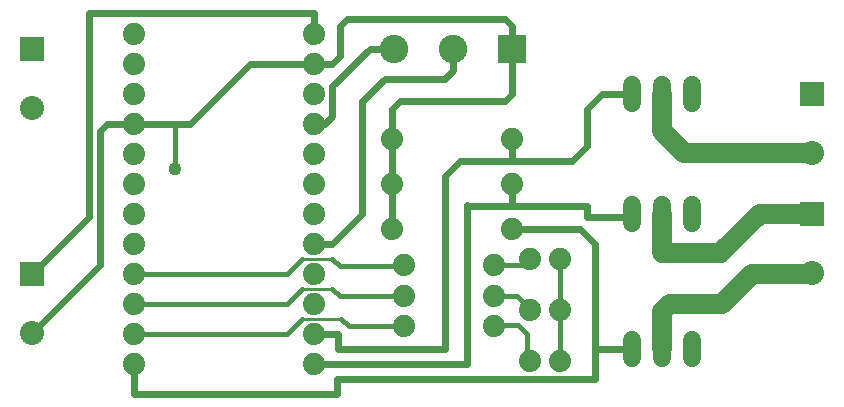
<source format=gtl>
G75*
%MOIN*%
%OFA0B0*%
%FSLAX25Y25*%
%IPPOS*%
%LPD*%
%AMOC8*
5,1,8,0,0,1.08239X$1,22.5*
%
%ADD10C,0.06000*%
%ADD11C,0.07400*%
%ADD12R,0.08000X0.08000*%
%ADD13C,0.08000*%
%ADD14R,0.09500X0.09500*%
%ADD15C,0.09500*%
%ADD16C,0.02400*%
%ADD17C,0.04362*%
%ADD18C,0.01600*%
%ADD19C,0.06600*%
%ADD20C,0.01000*%
D10*
X0216000Y0023260D02*
X0216000Y0029260D01*
X0226000Y0029260D02*
X0226000Y0023260D01*
X0236000Y0023260D02*
X0236000Y0029260D01*
X0236000Y0068260D02*
X0236000Y0074260D01*
X0226000Y0074260D02*
X0226000Y0068260D01*
X0216000Y0068260D02*
X0216000Y0074260D01*
X0216000Y0108260D02*
X0216000Y0114260D01*
X0226000Y0114260D02*
X0226000Y0108260D01*
X0236000Y0108260D02*
X0236000Y0114260D01*
D11*
X0176000Y0096260D03*
X0176000Y0081260D03*
X0176000Y0066260D03*
X0182000Y0056260D03*
X0192000Y0056260D03*
X0170000Y0054260D03*
X0170000Y0043760D03*
X0182000Y0039260D03*
X0192000Y0039260D03*
X0170000Y0033760D03*
X0182000Y0022260D03*
X0192000Y0022260D03*
X0140000Y0033760D03*
X0140000Y0043760D03*
X0140000Y0054260D03*
X0136000Y0066260D03*
X0110000Y0071260D03*
X0110000Y0081260D03*
X0110000Y0091260D03*
X0110000Y0101260D03*
X0110000Y0111260D03*
X0110000Y0121260D03*
X0110000Y0131260D03*
X0136000Y0096260D03*
X0136000Y0081260D03*
X0110000Y0061260D03*
X0110000Y0051260D03*
X0110000Y0041260D03*
X0110000Y0031260D03*
X0110000Y0021260D03*
X0050000Y0021260D03*
X0050000Y0031260D03*
X0050000Y0041260D03*
X0050000Y0051260D03*
X0050000Y0061260D03*
X0050000Y0071260D03*
X0050000Y0081260D03*
X0050000Y0091260D03*
X0050000Y0101260D03*
X0050000Y0111260D03*
X0050000Y0121260D03*
X0050000Y0131260D03*
D12*
X0016000Y0126260D03*
X0016000Y0051260D03*
X0276000Y0071260D03*
X0276000Y0111260D03*
D13*
X0276000Y0091575D03*
X0276000Y0051575D03*
X0016000Y0031575D03*
X0016000Y0106575D03*
D14*
X0176000Y0126260D03*
D15*
X0156315Y0126260D03*
X0136630Y0126260D03*
D16*
X0117500Y0011260D02*
X0050000Y0011260D01*
X0050000Y0021260D01*
X0038500Y0054075D02*
X0016000Y0031575D01*
X0016000Y0051260D02*
X0035000Y0070260D01*
X0035000Y0138260D01*
X0110000Y0138260D01*
X0110000Y0131260D01*
X0118500Y0133760D02*
X0118500Y0123760D01*
X0116000Y0121260D01*
X0110000Y0121260D01*
X0088500Y0121260D01*
X0068500Y0101260D01*
X0063500Y0101260D01*
X0050000Y0101260D01*
X0041000Y0101260D01*
X0038500Y0098760D01*
X0038500Y0054075D01*
X0110000Y0061260D02*
X0116000Y0061260D01*
X0126000Y0071260D01*
X0126000Y0108760D01*
X0133500Y0116260D01*
X0153500Y0116260D01*
X0156315Y0119075D01*
X0156315Y0126260D01*
X0176000Y0126260D02*
X0176000Y0111260D01*
X0173500Y0108760D01*
X0138500Y0108760D01*
X0136000Y0106260D01*
X0136000Y0096260D01*
X0136000Y0081260D01*
X0136000Y0066260D01*
X0161000Y0073760D02*
X0161000Y0074260D01*
X0161000Y0073760D02*
X0176000Y0073760D01*
X0176000Y0081260D01*
X0176000Y0073760D02*
X0201000Y0073760D01*
X0201000Y0070260D01*
X0215000Y0070260D01*
X0216000Y0071260D01*
X0203500Y0061260D02*
X0198500Y0066260D01*
X0176000Y0066260D01*
X0161000Y0073760D02*
X0161000Y0021260D01*
X0110000Y0021260D01*
X0117500Y0016260D02*
X0203500Y0016260D01*
X0203500Y0026260D01*
X0203500Y0061260D01*
X0196000Y0088760D02*
X0176000Y0088760D01*
X0176000Y0096260D01*
X0176000Y0088760D02*
X0158500Y0088760D01*
X0153500Y0083760D01*
X0153500Y0026260D01*
X0118000Y0026260D01*
X0118000Y0031260D01*
X0110000Y0031260D01*
X0117500Y0016260D02*
X0117500Y0011260D01*
X0203500Y0026260D02*
X0216000Y0026260D01*
X0196000Y0088760D02*
X0201000Y0093760D01*
X0201000Y0106260D01*
X0206000Y0111260D01*
X0216000Y0111260D01*
X0176000Y0126260D02*
X0176000Y0133760D01*
X0173500Y0136260D01*
X0121000Y0136260D01*
X0118500Y0133760D01*
X0128500Y0126260D02*
X0116000Y0113760D01*
X0116000Y0103760D01*
X0113500Y0101260D01*
X0110000Y0101260D01*
X0128500Y0126260D02*
X0136630Y0126260D01*
D17*
X0063500Y0086260D03*
D18*
X0063500Y0101260D01*
X0106000Y0056260D02*
X0101000Y0051260D01*
X0050000Y0051260D01*
X0050000Y0041260D02*
X0101000Y0041260D01*
X0106000Y0046260D01*
X0116000Y0046260D02*
X0118500Y0043760D01*
X0140000Y0043760D01*
X0140000Y0033760D02*
X0121500Y0033760D01*
X0119000Y0036260D01*
X0106000Y0036260D02*
X0101000Y0031260D01*
X0050000Y0031260D01*
X0116000Y0056260D02*
X0118500Y0053760D01*
X0139500Y0053760D01*
X0140000Y0054260D01*
X0170000Y0054260D02*
X0180000Y0054260D01*
X0182000Y0056260D01*
X0192000Y0056260D02*
X0192000Y0039260D01*
X0192000Y0022260D01*
X0182000Y0022260D02*
X0181000Y0023260D01*
X0181000Y0031260D01*
X0178000Y0034260D01*
X0170500Y0034260D01*
X0170000Y0033760D01*
X0177500Y0043760D02*
X0182000Y0039260D01*
X0177500Y0043760D02*
X0170000Y0043760D01*
X0245500Y0058260D02*
X0246000Y0058760D01*
D19*
X0258500Y0071260D01*
X0276000Y0071260D01*
X0245500Y0058260D02*
X0226000Y0058260D01*
X0226000Y0071260D01*
X0233185Y0091575D02*
X0226000Y0098760D01*
X0226000Y0111260D01*
X0233185Y0091575D02*
X0276000Y0091575D01*
X0276000Y0051575D02*
X0275685Y0051260D01*
X0256000Y0051260D01*
X0246000Y0041260D01*
X0228500Y0041260D01*
X0226000Y0038760D01*
X0226000Y0026260D01*
D20*
X0119000Y0036260D02*
X0106000Y0036260D01*
X0106000Y0046260D02*
X0116000Y0046260D01*
X0116000Y0056260D02*
X0106000Y0056260D01*
M02*

</source>
